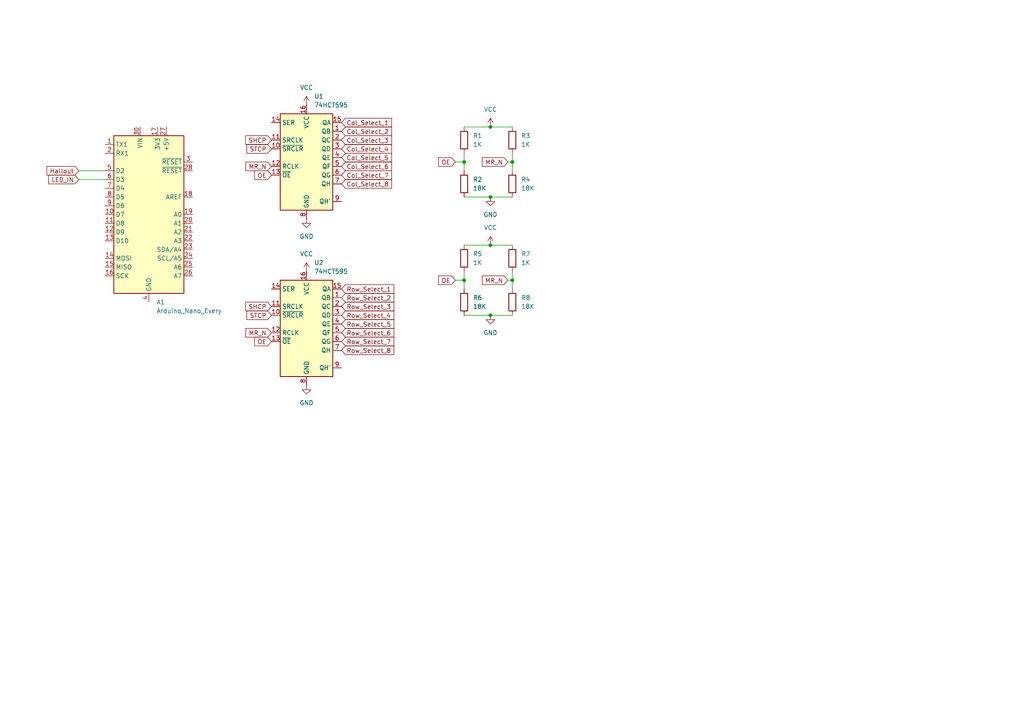
<source format=kicad_sch>
(kicad_sch (version 20231120) (generator "eeschema") (generator_version "8.0")
  (paper "A4")
  (lib_symbols
    (symbol "74xx:74HCT595"
      (property "Reference" "U" (at -7.62 13.97 0))
      (property "Value" "74HCT595" (at -7.62 -16.51 0))
      (symbol "74HCT595_1_0"
        (pin tri_state line (at 10.16 7.62 180) (length 2.54) (name "QB") (number "1"))
        (pin input line (at -10.16 2.54 0) (length 2.54) (name "~{SRCLR}") (number "10"))
        (pin input line (at -10.16 5.08 0) (length 2.54) (name "SRCLK") (number "11"))
        (pin input line (at -10.16 -2.54 0) (length 2.54) (name "RCLK") (number "12"))
        (pin input line (at -10.16 -5.08 0) (length 2.54) (name "~{OE}") (number "13"))
        (pin input line (at -10.16 10.16 0) (length 2.54) (name "SER") (number "14"))
        (pin tri_state line (at 10.16 10.16 180) (length 2.54) (name "QA") (number "15"))
        (pin power_in line (at 0 15.24 270) (length 2.54) (name "VCC") (number "16"))
        (pin tri_state line (at 10.16 5.08 180) (length 2.54) (name "QC") (number "2"))
        (pin tri_state line (at 10.16 2.54 180) (length 2.54) (name "QD") (number "3"))
        (pin tri_state line (at 10.16 0 180) (length 2.54) (name "QE") (number "4"))
        (pin tri_state line (at 10.16 -2.54 180) (length 2.54) (name "QF") (number "5"))
        (pin tri_state line (at 10.16 -5.08 180) (length 2.54) (name "QG") (number "6"))
        (pin tri_state line (at 10.16 -7.62 180) (length 2.54) (name "QH") (number "7"))
        (pin power_in line (at 0 -17.78 90) (length 2.54) (name "GND") (number "8"))
        (pin output line (at 10.16 -12.7 180) (length 2.54) (name "QH'") (number "9"))
      )
      (symbol "74HCT595_1_1"
        (rectangle (start -7.62 12.7) (end 7.62 -15.24) (stroke (width 0.254)) (fill (type background)))
      )
    )
    (symbol "Device:R" (pin_numbers hide) (pin_names (offset 0))
      (property "Reference" "R" (at 2.032 0 90))
      (property "Value" "R" (at 0 0 90))
      (symbol "R_0_1"
        (rectangle (start -1.016 -2.54) (end 1.016 2.54) (stroke (width 0.254)))
      )
      (symbol "R_1_1"
        (pin passive line (at 0 3.81 270) (length 1.27) (name "~") (number "1"))
        (pin passive line (at 0 -3.81 90) (length 1.27) (name "~") (number "2"))
      )
    )
    (symbol "MCU_Module:Arduino_Nano_Every"
      (property "Reference" "A" (at -10.16 23.495 0))
      (property "Value" "Arduino_Nano_Every" (at 5.08 -24.13 0))
      (symbol "Arduino_Nano_Every_0_1"
        (rectangle (start -10.16 22.86) (end 10.16 -22.86) (stroke (width 0.254)) (fill (type background)))
      )
      (symbol "Arduino_Nano_Every_1_1"
        (pin bidirectional line (at -12.7 20.32 0) (length 2.54) (name "TX1") (number "1"))
        (pin bidirectional line (at -12.7 0 0) (length 2.54) (name "D7") (number "10"))
        (pin bidirectional line (at -12.7 -2.54 0) (length 2.54) (name "D8") (number "11"))
        (pin bidirectional line (at -12.7 -5.08 0) (length 2.54) (name "D9") (number "12"))
        (pin bidirectional line (at -12.7 -7.62 0) (length 2.54) (name "D10") (number "13"))
        (pin bidirectional line (at -12.7 -12.7 0) (length 2.54) (name "MOSI") (number "14"))
        (pin bidirectional line (at -12.7 -15.24 0) (length 2.54) (name "MISO") (number "15"))
        (pin bidirectional line (at -12.7 -17.78 0) (length 2.54) (name "SCK") (number "16"))
        (pin power_out line (at 2.54 25.4 270) (length 2.54) (name "3V3") (number "17"))
        (pin input line (at 12.7 5.08 180) (length 2.54) (name "AREF") (number "18"))
        (pin bidirectional line (at 12.7 0 180) (length 2.54) (name "A0") (number "19"))
        (pin bidirectional line (at -12.7 17.78 0) (length 2.54) (name "RX1") (number "2"))
        (pin bidirectional line (at 12.7 -2.54 180) (length 2.54) (name "A1") (number "20"))
        (pin bidirectional line (at 12.7 -5.08 180) (length 2.54) (name "A2") (number "21"))
        (pin bidirectional line (at 12.7 -7.62 180) (length 2.54) (name "A3") (number "22"))
        (pin bidirectional line (at 12.7 -10.16 180) (length 2.54) (name "SDA/A4") (number "23"))
        (pin bidirectional line (at 12.7 -12.7 180) (length 2.54) (name "SCL/A5") (number "24"))
        (pin bidirectional line (at 12.7 -15.24 180) (length 2.54) (name "A6") (number "25"))
        (pin bidirectional line (at 12.7 -17.78 180) (length 2.54) (name "A7") (number "26"))
        (pin power_out line (at 5.08 25.4 270) (length 2.54) (name "+5V") (number "27"))
        (pin input line (at 12.7 12.7 180) (length 2.54) (name "~{RESET}") (number "28"))
        (pin passive line (at 0 -25.4 90) (length 2.54) hide (name "GND") (number "29"))
        (pin input line (at 12.7 15.24 180) (length 2.54) (name "~{RESET}") (number "3"))
        (pin power_in line (at -2.54 25.4 270) (length 2.54) (name "VIN") (number "30"))
        (pin power_in line (at 0 -25.4 90) (length 2.54) (name "GND") (number "4"))
        (pin bidirectional line (at -12.7 12.7 0) (length 2.54) (name "D2") (number "5"))
        (pin bidirectional line (at -12.7 10.16 0) (length 2.54) (name "D3") (number "6"))
        (pin bidirectional line (at -12.7 7.62 0) (length 2.54) (name "D4") (number "7"))
        (pin bidirectional line (at -12.7 5.08 0) (length 2.54) (name "D5") (number "8"))
        (pin bidirectional line (at -12.7 2.54 0) (length 2.54) (name "D6") (number "9"))
      )
    )
    (symbol "power:GND" (power) (pin_numbers hide) (pin_names (offset 0) hide)
      (property "Value" "GND" (at 0 -3.81 0))
      (symbol "GND_0_1"
        (polyline (pts (xy 0 0) (xy 0 -1.27) (xy 1.27 -1.27) (xy 0 -2.54) (xy -1.27 -1.27) (xy 0 -1.27)))
      )
      (symbol "GND_1_1"
        (pin power_in line (at 0 0 270) (length 0) (name "~") (number "1"))
      )
    )
    (symbol "power:VCC" (power) (pin_numbers hide) (pin_names (offset 0) hide)
      (property "Value" "VCC" (at 0 3.556 0))
      (symbol "VCC_0_1"
        (polyline (pts (xy -0.762 1.27) (xy 0 2.54)))
        (polyline (pts (xy 0 0) (xy 0 2.54)))
        (polyline (pts (xy 0 2.54) (xy 0.762 1.27)))
      )
      (symbol "VCC_1_1"
        (pin power_in line (at 0 0 90) (length 0) (name "~") (number "1"))
      )
    )
  )
  (junction (at 142.24 91.44))
  (junction (at 148.59 81.28))
  (junction (at 148.59 46.99))
  (junction (at 142.24 36.83))
  (junction (at 142.24 57.15))
  (junction (at 142.24 71.12))
  (junction (at 134.62 46.99))
  (junction (at 134.62 81.28))
  (wire (pts (xy 132.08 81.28) (xy 134.62 81.28)))
  (wire (pts (xy 134.62 71.12) (xy 142.24 71.12)))
  (wire (pts (xy 148.59 78.74) (xy 148.59 81.28)))
  (wire (pts (xy 142.24 91.44) (xy 148.59 91.44)))
  (wire (pts (xy 134.62 44.45) (xy 134.62 46.99)))
  (wire (pts (xy 22.86 52.07) (xy 30.48 52.07)))
  (wire (pts (xy 134.62 81.28) (xy 134.62 83.82)))
  (wire (pts (xy 22.86 49.53) (xy 30.48 49.53)))
  (wire (pts (xy 148.59 81.28) (xy 148.59 83.82)))
  (wire (pts (xy 134.62 57.15) (xy 142.24 57.15)))
  (wire (pts (xy 142.24 36.83) (xy 148.59 36.83)))
  (wire (pts (xy 148.59 46.99) (xy 148.59 49.53)))
  (wire (pts (xy 132.08 46.99) (xy 134.62 46.99)))
  (wire (pts (xy 134.62 78.74) (xy 134.62 81.28)))
  (wire (pts (xy 142.24 57.15) (xy 148.59 57.15)))
  (wire (pts (xy 148.59 44.45) (xy 148.59 46.99)))
  (wire (pts (xy 134.62 46.99) (xy 134.62 49.53)))
  (wire (pts (xy 134.62 36.83) (xy 142.24 36.83)))
  (wire (pts (xy 142.24 71.12) (xy 148.59 71.12)))
  (wire (pts (xy 134.62 91.44) (xy 142.24 91.44)))
  (wire (pts (xy 147.32 81.28) (xy 148.59 81.28)))
  (wire (pts (xy 147.32 46.99) (xy 148.59 46.99)))
  (global_label "Row_Select_8" (shape input) (at 99.06 101.6 0) (property "Intersheetrefs" "${INTERSHEET_REFS}" (effects (hide yes))))
  (global_label "MR_N" (shape input) (at 78.74 96.52 180) (property "Intersheetrefs" "${INTERSHEET_REFS}" (effects (hide yes))))
  (global_label "Row_Select_2" (shape input) (at 99.06 86.36 0) (property "Intersheetrefs" "${INTERSHEET_REFS}" (effects (hide yes))))
  (global_label "MR_N" (shape input) (at 78.74 48.26 180) (property "Intersheetrefs" "${INTERSHEET_REFS}" (effects (hide yes))))
  (global_label "Col_Select_4" (shape input) (at 99.06 43.18 0) (property "Intersheetrefs" "${INTERSHEET_REFS}" (effects (hide yes))))
  (global_label "LED_IN" (shape input) (at 22.86 52.07 180) (property "Intersheetrefs" "${INTERSHEET_REFS}" (effects (hide yes))))
  (global_label "Row_Select_1" (shape input) (at 99.06 83.82 0) (property "Intersheetrefs" "${INTERSHEET_REFS}" (effects (hide yes))))
  (global_label "Row_Select_5" (shape input) (at 99.06 93.98 0) (property "Intersheetrefs" "${INTERSHEET_REFS}" (effects (hide yes))))
  (global_label "Hallout" (shape input) (at 22.86 49.53 180) (property "Intersheetrefs" "${INTERSHEET_REFS}" (effects (hide yes))))
  (global_label "SHCP" (shape input) (at 78.74 88.9 180) (property "Intersheetrefs" "${INTERSHEET_REFS}" (effects (hide yes))))
  (global_label "Col_Select_5" (shape input) (at 99.06 45.72 0) (property "Intersheetrefs" "${INTERSHEET_REFS}" (effects (hide yes))))
  (global_label "STCP" (shape input) (at 78.74 43.18 180) (property "Intersheetrefs" "${INTERSHEET_REFS}" (effects (hide yes))))
  (global_label "Col_Select_8" (shape input) (at 99.06 53.34 0) (property "Intersheetrefs" "${INTERSHEET_REFS}" (effects (hide yes))))
  (global_label "OE" (shape input) (at 78.74 50.8 180) (property "Intersheetrefs" "${INTERSHEET_REFS}" (effects (hide yes))))
  (global_label "SHCP" (shape input) (at 78.74 40.64 180) (property "Intersheetrefs" "${INTERSHEET_REFS}" (effects (hide yes))))
  (global_label "Col_Select_1" (shape input) (at 99.06 35.56 0) (property "Intersheetrefs" "${INTERSHEET_REFS}" (effects (hide yes))))
  (global_label "OE" (shape input) (at 132.08 81.28 180) (property "Intersheetrefs" "${INTERSHEET_REFS}" (effects (hide yes))))
  (global_label "Row_Select_3" (shape input) (at 99.06 88.9 0) (property "Intersheetrefs" "${INTERSHEET_REFS}" (effects (hide yes))))
  (global_label "MR_N" (shape input) (at 147.32 81.28 180) (property "Intersheetrefs" "${INTERSHEET_REFS}" (effects (hide yes))))
  (global_label "OE" (shape input) (at 132.08 46.99 180) (property "Intersheetrefs" "${INTERSHEET_REFS}" (effects (hide yes))))
  (global_label "Row_Select_6" (shape input) (at 99.06 96.52 0) (property "Intersheetrefs" "${INTERSHEET_REFS}" (effects (hide yes))))
  (global_label "Col_Select_6" (shape input) (at 99.06 48.26 0) (property "Intersheetrefs" "${INTERSHEET_REFS}" (effects (hide yes))))
  (global_label "Col_Select_3" (shape input) (at 99.06 40.64 0) (property "Intersheetrefs" "${INTERSHEET_REFS}" (effects (hide yes))))
  (global_label "Row_Select_7" (shape input) (at 99.06 99.06 0) (property "Intersheetrefs" "${INTERSHEET_REFS}" (effects (hide yes))))
  (global_label "Row_Select_4" (shape input) (at 99.06 91.44 0) (property "Intersheetrefs" "${INTERSHEET_REFS}" (effects (hide yes))))
  (global_label "Col_Select_7" (shape input) (at 99.06 50.8 0) (property "Intersheetrefs" "${INTERSHEET_REFS}" (effects (hide yes))))
  (global_label "STCP" (shape input) (at 78.74 91.44 180) (property "Intersheetrefs" "${INTERSHEET_REFS}" (effects (hide yes))))
  (global_label "Col_Select_2" (shape input) (at 99.06 38.1 0) (property "Intersheetrefs" "${INTERSHEET_REFS}" (effects (hide yes))))
  (global_label "MR_N" (shape input) (at 147.32 46.99 180) (property "Intersheetrefs" "${INTERSHEET_REFS}" (effects (hide yes))))
  (global_label "OE" (shape input) (at 78.74 99.06 180) (property "Intersheetrefs" "${INTERSHEET_REFS}" (effects (hide yes))))
  (symbol (lib_id "Device:R") (at 134.62 40.64 0) (unit 1)
    (property "Reference" "R1" (at 137.16 39.3699 0) (effects (justify left)))
    (property "Value" "1K" (at 137.16 41.9099 0) (effects (justify left)))
    (property "Footprint" "Resistor_THT:R_Axial_DIN0204_L3.6mm_D1.6mm_P5.08mm_Horizontal" (effects (hide yes)))
    (property "Description" "Resistor" (effects (hide yes)))
  )
  (symbol (lib_id "Device:R") (at 134.62 74.93 0) (unit 1)
    (property "Reference" "R5" (at 137.16 73.6599 0) (effects (justify left)))
    (property "Value" "1K" (at 137.16 76.1999 0) (effects (justify left)))
    (property "Footprint" "Resistor_THT:R_Axial_DIN0204_L3.6mm_D1.6mm_P5.08mm_Horizontal" (effects (hide yes)))
    (property "Description" "Resistor" (effects (hide yes)))
  )
  (symbol (lib_id "Device:R") (at 134.62 87.63 0) (unit 1)
    (property "Reference" "R6" (at 137.16 86.3599 0) (effects (justify left)))
    (property "Value" "18K" (at 137.16 88.8999 0) (effects (justify left)))
    (property "Footprint" "Resistor_THT:R_Axial_DIN0204_L3.6mm_D1.6mm_P5.08mm_Horizontal" (effects (hide yes)))
    (property "Description" "Resistor" (effects (hide yes)))
  )
  (symbol (lib_id "MCU_Module:Arduino_Nano_Every") (at 43.18 62.23 0) (unit 1)
    (property "Reference" "A1" (at 45.3741 87.63 0) (effects (justify left)))
    (property "Value" "Arduino_Nano_Every" (at 45.3741 90.17 0) (effects (justify left)))
    (property "Footprint" "Module:Arduino_Nano" (effects (hide yes)))
    (property "Datasheet" "https://content.arduino.cc/assets/NANOEveryV3.0_sch.pdf" (effects (hide yes)))
    (property "Description" "Arduino Nano Every" (effects (hide yes)))
  )
  (symbol (lib_id "power:GND") (at 88.9 63.5 0) (unit 1)
    (property "Reference" "#PWR04" (effects (hide yes)))
    (property "Value" "GND" (at 88.9 68.58 0))
    (property "Description" "Power symbol creates a global label with name \"GND\" , ground" (effects (hide yes)))
  )
  (symbol (lib_id "Device:R") (at 134.62 53.34 0) (unit 1)
    (property "Reference" "R2" (at 137.16 52.0699 0) (effects (justify left)))
    (property "Value" "18K" (at 137.16 54.6099 0) (effects (justify left)))
    (property "Footprint" "Resistor_THT:R_Axial_DIN0204_L3.6mm_D1.6mm_P5.08mm_Horizontal" (effects (hide yes)))
    (property "Description" "Resistor" (effects (hide yes)))
  )
  (symbol (lib_id "Device:R") (at 148.59 74.93 0) (unit 1)
    (property "Reference" "R7" (at 151.13 73.6599 0) (effects (justify left)))
    (property "Value" "1K" (at 151.13 76.1999 0) (effects (justify left)))
    (property "Footprint" "Resistor_THT:R_Axial_DIN0204_L3.6mm_D1.6mm_P5.08mm_Horizontal" (effects (hide yes)))
    (property "Description" "Resistor" (effects (hide yes)))
  )
  (symbol (lib_id "Device:R") (at 148.59 53.34 0) (unit 1)
    (property "Reference" "R4" (at 151.13 52.0699 0) (effects (justify left)))
    (property "Value" "18K" (at 151.13 54.6099 0) (effects (justify left)))
    (property "Footprint" "Resistor_THT:R_Axial_DIN0204_L3.6mm_D1.6mm_P5.08mm_Horizontal" (effects (hide yes)))
    (property "Description" "Resistor" (effects (hide yes)))
  )
  (symbol (lib_id "74xx:74HCT595") (at 88.9 45.72 0) (unit 1)
    (property "Reference" "U1" (at 91.0941 27.94 0) (effects (justify left)))
    (property "Value" "74HCT595" (at 91.0941 30.48 0) (effects (justify left)))
    (property "Footprint" "Package_DIP:DIP-16_W7.62mm_Socket_LongPads" (effects (hide yes)))
    (property "Datasheet" "https://assets.nexperia.com/documents/data-sheet/74HC_HCT595.pdf" (effects (hide yes)))
    (property "Description" "8-bit serial in/out Shift Register 3-State Outputs" (effects (hide yes)))
  )
  (symbol (lib_id "74xx:74HCT595") (at 88.9 93.98 0) (unit 1)
    (property "Reference" "U2" (at 91.0941 76.2 0) (effects (justify left)))
    (property "Value" "74HCT595" (at 91.0941 78.74 0) (effects (justify left)))
    (property "Footprint" "Package_DIP:DIP-16_W7.62mm_Socket_LongPads" (effects (hide yes)))
    (property "Datasheet" "https://assets.nexperia.com/documents/data-sheet/74HC_HCT595.pdf" (effects (hide yes)))
    (property "Description" "8-bit serial in/out Shift Register 3-State Outputs" (effects (hide yes)))
  )
  (symbol (lib_id "power:VCC") (at 88.9 78.74 0) (unit 1)
    (property "Reference" "#PWR01" (effects (hide yes)))
    (property "Value" "VCC" (at 88.9 73.66 0))
    (property "Description" "Power symbol creates a global label with name \"VCC\"" (effects (hide yes)))
  )
  (symbol (lib_id "power:VCC") (at 142.24 71.12 0) (unit 1)
    (property "Reference" "#PWR07" (effects (hide yes)))
    (property "Value" "VCC" (at 142.24 66.04 0))
    (property "Description" "Power symbol creates a global label with name \"VCC\"" (effects (hide yes)))
  )
  (symbol (lib_id "Device:R") (at 148.59 87.63 0) (unit 1)
    (property "Reference" "R8" (at 151.13 86.3599 0) (effects (justify left)))
    (property "Value" "18K" (at 151.13 88.8999 0) (effects (justify left)))
    (property "Footprint" "Resistor_THT:R_Axial_DIN0204_L3.6mm_D1.6mm_P5.08mm_Horizontal" (effects (hide yes)))
    (property "Description" "Resistor" (effects (hide yes)))
  )
  (symbol (lib_id "power:GND") (at 142.24 91.44 0) (unit 1)
    (property "Reference" "#PWR08" (effects (hide yes)))
    (property "Value" "GND" (at 142.24 96.52 0))
    (property "Description" "Power symbol creates a global label with name \"GND\" , ground" (effects (hide yes)))
  )
  (symbol (lib_id "power:VCC") (at 88.9 30.48 0) (unit 1)
    (property "Reference" "#PWR03" (effects (hide yes)))
    (property "Value" "VCC" (at 88.9 25.4 0))
    (property "Description" "Power symbol creates a global label with name \"VCC\"" (effects (hide yes)))
  )
  (symbol (lib_id "Device:R") (at 148.59 40.64 0) (unit 1)
    (property "Reference" "R3" (at 151.13 39.3699 0) (effects (justify left)))
    (property "Value" "1K" (at 151.13 41.9099 0) (effects (justify left)))
    (property "Footprint" "Resistor_THT:R_Axial_DIN0204_L3.6mm_D1.6mm_P5.08mm_Horizontal" (effects (hide yes)))
    (property "Description" "Resistor" (effects (hide yes)))
  )
  (symbol (lib_id "power:GND") (at 88.9 111.76 0) (unit 1)
    (property "Reference" "#PWR02" (effects (hide yes)))
    (property "Value" "GND" (at 88.9 116.84 0))
    (property "Description" "Power symbol creates a global label with name \"GND\" , ground" (effects (hide yes)))
  )
  (symbol (lib_id "power:VCC") (at 142.24 36.83 0) (unit 1)
    (property "Reference" "#PWR05" (effects (hide yes)))
    (property "Value" "VCC" (at 142.24 31.75 0))
    (property "Description" "Power symbol creates a global label with name \"VCC\"" (effects (hide yes)))
  )
  (symbol (lib_id "power:GND") (at 142.24 57.15 0) (unit 1)
    (property "Reference" "#PWR06" (effects (hide yes)))
    (property "Value" "GND" (at 142.24 62.23 0))
    (property "Description" "Power symbol creates a global label with name \"GND\" , ground" (effects (hide yes)))
  )
)
</source>
